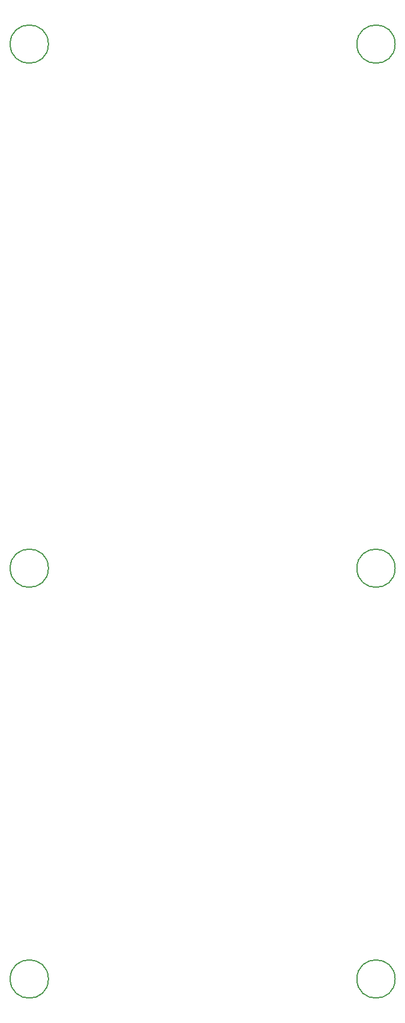
<source format=gbr>
%TF.GenerationSoftware,KiCad,Pcbnew,8.0.6*%
%TF.CreationDate,2024-12-05T11:31:46+01:00*%
%TF.ProjectId,BANBEL,42414e42-454c-42e6-9b69-6361645f7063,1.01*%
%TF.SameCoordinates,Original*%
%TF.FileFunction,Other,Comment*%
%FSLAX46Y46*%
G04 Gerber Fmt 4.6, Leading zero omitted, Abs format (unit mm)*
G04 Created by KiCad (PCBNEW 8.0.6) date 2024-12-05 11:31:46*
%MOMM*%
%LPD*%
G01*
G04 APERTURE LIST*
%ADD10C,0.150000*%
G04 APERTURE END LIST*
D10*
%TO.C,H1*%
X69468000Y-96404200D02*
G75*
G02*
X64068000Y-96404200I-2700000J0D01*
G01*
X64068000Y-96404200D02*
G75*
G02*
X69468000Y-96404200I2700000J0D01*
G01*
%TO.C,H4*%
X118468000Y-154404200D02*
G75*
G02*
X113068000Y-154404200I-2700000J0D01*
G01*
X113068000Y-154404200D02*
G75*
G02*
X118468000Y-154404200I2700000J0D01*
G01*
%TO.C,H3*%
X118468000Y-96404200D02*
G75*
G02*
X113068000Y-96404200I-2700000J0D01*
G01*
X113068000Y-96404200D02*
G75*
G02*
X118468000Y-96404200I2700000J0D01*
G01*
%TO.C,H2*%
X69468000Y-154404200D02*
G75*
G02*
X64068000Y-154404200I-2700000J0D01*
G01*
X64068000Y-154404200D02*
G75*
G02*
X69468000Y-154404200I2700000J0D01*
G01*
%TO.C,H3*%
X118468000Y-22404200D02*
G75*
G02*
X113068000Y-22404200I-2700000J0D01*
G01*
X113068000Y-22404200D02*
G75*
G02*
X118468000Y-22404200I2700000J0D01*
G01*
X69468000Y-22404200D02*
G75*
G02*
X64068000Y-22404200I-2700000J0D01*
G01*
X64068000Y-22404200D02*
G75*
G02*
X69468000Y-22404200I2700000J0D01*
G01*
%TD*%
M02*

</source>
